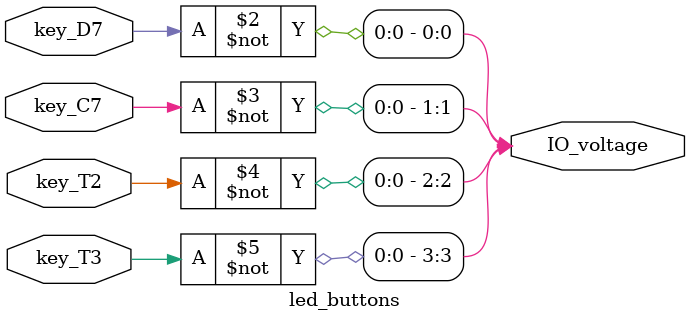
<source format=v>
module led_buttons (
    input  wire key_C7,    // botón en pin C7
    input  wire key_D7,    // botón en pin D7
    input  wire key_T2,    // botón en pin T2
    input  wire key_T3,    // botón en pin T3
    output reg  [3:0] IO_voltage  // LED2..LED5
);

    always @(*) begin
        // Default: todos apagados
        IO_voltage = 4'b0000;

        // Mapeo directo (invirtiendo porque botón = 0 cuando se presiona)
        IO_voltage[0] = ~key_D7; // D7 -> LED2 (N14)
        IO_voltage[1] = ~key_C7; // C7 -> LED3 (N16)
        IO_voltage[2] = ~key_T2; // T2 -> LED4 (L14)
        IO_voltage[3] = ~key_T3; // T3 -> LED5 (L16)
    end

endmodule


</source>
